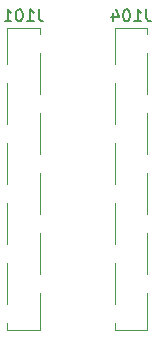
<source format=gbo>
G04 #@! TF.GenerationSoftware,KiCad,Pcbnew,9.0.6*
G04 #@! TF.CreationDate,2025-12-31T23:13:25-06:00*
G04 #@! TF.ProjectId,QFN-16_3x3,51464e2d-3136-45f3-9378-332e6b696361,rev?*
G04 #@! TF.SameCoordinates,Original*
G04 #@! TF.FileFunction,Legend,Bot*
G04 #@! TF.FilePolarity,Positive*
%FSLAX46Y46*%
G04 Gerber Fmt 4.6, Leading zero omitted, Abs format (unit mm)*
G04 Created by KiCad (PCBNEW 9.0.6) date 2025-12-31 23:13:25*
%MOMM*%
%LPD*%
G01*
G04 APERTURE LIST*
%ADD10C,0.150000*%
%ADD11C,0.120000*%
%ADD12C,1.700000*%
%ADD13R,2.510000X1.000000*%
G04 APERTURE END LIST*
D10*
X127550714Y-106294819D02*
X127550714Y-107009104D01*
X127550714Y-107009104D02*
X127598333Y-107151961D01*
X127598333Y-107151961D02*
X127693571Y-107247200D01*
X127693571Y-107247200D02*
X127836428Y-107294819D01*
X127836428Y-107294819D02*
X127931666Y-107294819D01*
X126550714Y-107294819D02*
X127122142Y-107294819D01*
X126836428Y-107294819D02*
X126836428Y-106294819D01*
X126836428Y-106294819D02*
X126931666Y-106437676D01*
X126931666Y-106437676D02*
X127026904Y-106532914D01*
X127026904Y-106532914D02*
X127122142Y-106580533D01*
X125931666Y-106294819D02*
X125836428Y-106294819D01*
X125836428Y-106294819D02*
X125741190Y-106342438D01*
X125741190Y-106342438D02*
X125693571Y-106390057D01*
X125693571Y-106390057D02*
X125645952Y-106485295D01*
X125645952Y-106485295D02*
X125598333Y-106675771D01*
X125598333Y-106675771D02*
X125598333Y-106913866D01*
X125598333Y-106913866D02*
X125645952Y-107104342D01*
X125645952Y-107104342D02*
X125693571Y-107199580D01*
X125693571Y-107199580D02*
X125741190Y-107247200D01*
X125741190Y-107247200D02*
X125836428Y-107294819D01*
X125836428Y-107294819D02*
X125931666Y-107294819D01*
X125931666Y-107294819D02*
X126026904Y-107247200D01*
X126026904Y-107247200D02*
X126074523Y-107199580D01*
X126074523Y-107199580D02*
X126122142Y-107104342D01*
X126122142Y-107104342D02*
X126169761Y-106913866D01*
X126169761Y-106913866D02*
X126169761Y-106675771D01*
X126169761Y-106675771D02*
X126122142Y-106485295D01*
X126122142Y-106485295D02*
X126074523Y-106390057D01*
X126074523Y-106390057D02*
X126026904Y-106342438D01*
X126026904Y-106342438D02*
X125931666Y-106294819D01*
X124645952Y-107294819D02*
X125217380Y-107294819D01*
X124931666Y-107294819D02*
X124931666Y-106294819D01*
X124931666Y-106294819D02*
X125026904Y-106437676D01*
X125026904Y-106437676D02*
X125122142Y-106532914D01*
X125122142Y-106532914D02*
X125217380Y-106580533D01*
X136640714Y-106294819D02*
X136640714Y-107009104D01*
X136640714Y-107009104D02*
X136688333Y-107151961D01*
X136688333Y-107151961D02*
X136783571Y-107247200D01*
X136783571Y-107247200D02*
X136926428Y-107294819D01*
X136926428Y-107294819D02*
X137021666Y-107294819D01*
X135640714Y-107294819D02*
X136212142Y-107294819D01*
X135926428Y-107294819D02*
X135926428Y-106294819D01*
X135926428Y-106294819D02*
X136021666Y-106437676D01*
X136021666Y-106437676D02*
X136116904Y-106532914D01*
X136116904Y-106532914D02*
X136212142Y-106580533D01*
X135021666Y-106294819D02*
X134926428Y-106294819D01*
X134926428Y-106294819D02*
X134831190Y-106342438D01*
X134831190Y-106342438D02*
X134783571Y-106390057D01*
X134783571Y-106390057D02*
X134735952Y-106485295D01*
X134735952Y-106485295D02*
X134688333Y-106675771D01*
X134688333Y-106675771D02*
X134688333Y-106913866D01*
X134688333Y-106913866D02*
X134735952Y-107104342D01*
X134735952Y-107104342D02*
X134783571Y-107199580D01*
X134783571Y-107199580D02*
X134831190Y-107247200D01*
X134831190Y-107247200D02*
X134926428Y-107294819D01*
X134926428Y-107294819D02*
X135021666Y-107294819D01*
X135021666Y-107294819D02*
X135116904Y-107247200D01*
X135116904Y-107247200D02*
X135164523Y-107199580D01*
X135164523Y-107199580D02*
X135212142Y-107104342D01*
X135212142Y-107104342D02*
X135259761Y-106913866D01*
X135259761Y-106913866D02*
X135259761Y-106675771D01*
X135259761Y-106675771D02*
X135212142Y-106485295D01*
X135212142Y-106485295D02*
X135164523Y-106390057D01*
X135164523Y-106390057D02*
X135116904Y-106342438D01*
X135116904Y-106342438D02*
X135021666Y-106294819D01*
X133831190Y-106628152D02*
X133831190Y-107294819D01*
X134069285Y-106247200D02*
X134307380Y-106961485D01*
X134307380Y-106961485D02*
X133688333Y-106961485D01*
D11*
X127645000Y-130350000D02*
X127644999Y-133460000D01*
X127645000Y-125270000D02*
X127645000Y-128730000D01*
X127645000Y-115110000D02*
X127644999Y-118570000D01*
X127644999Y-133460000D02*
X124885001Y-133460000D01*
X127644999Y-120190000D02*
X127645000Y-123650000D01*
X127644999Y-110030000D02*
X127645000Y-113490000D01*
X127644999Y-107840000D02*
X127644999Y-108410000D01*
X127644999Y-107840000D02*
X124885001Y-107840000D01*
X124885001Y-132890000D02*
X124885001Y-133460000D01*
X124885001Y-122730000D02*
X124885000Y-126190000D01*
X124885001Y-107840000D02*
X124885000Y-110950000D01*
X124885000Y-127810000D02*
X124885001Y-131270000D01*
X124885000Y-117650000D02*
X124885001Y-121110000D01*
X124885000Y-112570000D02*
X124885000Y-116030000D01*
X133975000Y-107840000D02*
X133975000Y-110950000D01*
X133975000Y-112570000D02*
X133975000Y-116030000D01*
X133975000Y-117650000D02*
X133975000Y-121110000D01*
X133975000Y-122730000D02*
X133975000Y-126190000D01*
X133975000Y-127810000D02*
X133975000Y-131270000D01*
X133975000Y-132890000D02*
X133975000Y-133460000D01*
X136735000Y-107840000D02*
X133975000Y-107840000D01*
X136735000Y-107840000D02*
X136735000Y-108410000D01*
X136735000Y-110030000D02*
X136735000Y-113490000D01*
X136735000Y-115110000D02*
X136735000Y-118570000D01*
X136735000Y-120190000D02*
X136735000Y-123650000D01*
X136735000Y-125270000D02*
X136735000Y-128730000D01*
X136735000Y-130350000D02*
X136735000Y-133460000D01*
X136735000Y-133460000D02*
X133975000Y-133460000D01*
%LPC*%
D12*
X121920000Y-132080000D03*
X121920000Y-129540000D03*
X121920000Y-127000001D03*
X121920000Y-124460000D03*
X121920000Y-121920000D03*
X121920000Y-119380000D03*
X121920000Y-116840000D03*
X121920000Y-114299999D03*
X121920000Y-111760000D03*
X121920000Y-109220000D03*
X139700000Y-132080001D03*
X139700000Y-129540001D03*
X139700000Y-127000001D03*
X139700000Y-124460001D03*
X139700000Y-121920001D03*
X139700000Y-119380001D03*
X139700000Y-116840001D03*
X139700000Y-114300001D03*
X139700000Y-111760001D03*
X139700000Y-109220001D03*
D13*
X124610000Y-132080000D03*
X127920000Y-129540000D03*
X124610000Y-127000000D03*
X127920000Y-124460000D03*
X124610000Y-121920000D03*
X127920000Y-119380000D03*
X124610000Y-116840000D03*
X127920000Y-114300000D03*
X124610000Y-111760000D03*
X127920000Y-109220000D03*
X137010000Y-109220000D03*
X133700000Y-111760000D03*
X137010000Y-114300000D03*
X133700000Y-116840000D03*
X137010000Y-119380000D03*
X133700000Y-121920000D03*
X137010000Y-124460000D03*
X133700000Y-127000000D03*
X137010000Y-129540000D03*
X133700000Y-132080000D03*
%LPD*%
M02*

</source>
